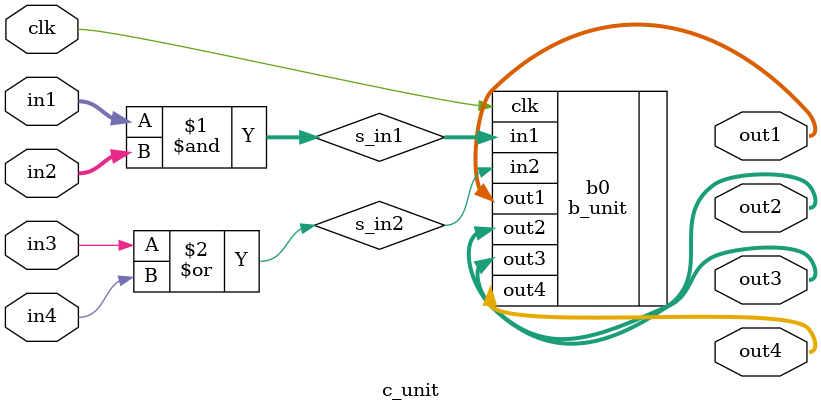
<source format=v>
`include "defines.v"

module c_unit(in1,
              in2,
              in3,
              in4,
              out1,
              out2,
              out3,
              out4,
              clk);
// Location of source csl unit: file name = tb_multi_instance.csl line number = 34
  input [4 - 1:0] in1;
  input [4 - 1:0] in2;
  input in3;
  input in4;
  input clk;
  output [4 - 1:0] out1;
  output [4 - 1:0] out2;
  output [4 - 1:0] out3;
  output [4 - 1:0] out4;
  wire [4 - 1:0] s_in1;
  wire s_in2;
  assign   s_in1 = in1 & in2;
  assign   s_in2 = in3 | in4;
  b_unit b0(.clk(clk),
            .in1(s_in1),
            .in2(s_in2),
            .out1(out1),
            .out2(out2),
            .out3(out3),
            .out4(out4));
  `include "c_unit.logic.vh"
endmodule


</source>
